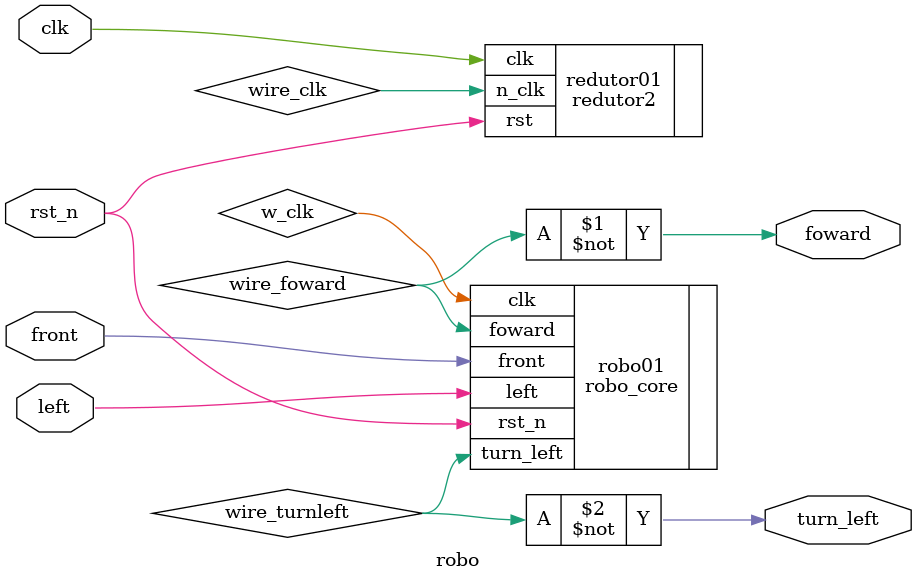
<source format=v>
module robo(
	input clk,    // Clock
	input rst_n,  // Asynchronous reset active low
	input front,
	input left,

	output  foward,
	output  turn_left
	
	);

wire wire_clk;
wire wire_foward, wire_turnleft;

assign foward = ~wire_foward;
assign turn_left = ~wire_turnleft;

robo_core robo01(

	.clk(w_clk),
	.rst_n(rst_n),
	.front(front),
	.left(left),

	.foward(wire_foward),
	.turn_left(wire_turnleft)

);

redutor2 redutor01(

	.clk(clk),
	.rst(rst_n),

	.n_clk(wire_clk)


);

endmodule
</source>
